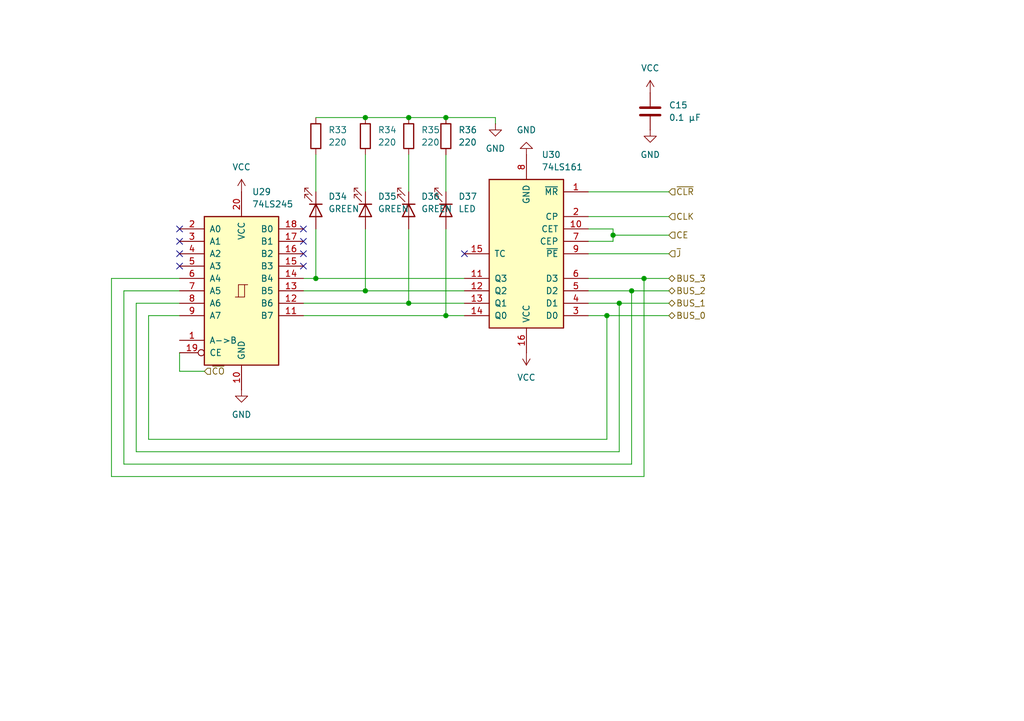
<source format=kicad_sch>
(kicad_sch (version 20250114) (generator "eeschema") (generator_version "9.0")
  (paper "A5")
  (lib_symbols
    (symbol "74xx:74LS161" (pin_names (offset 1.016))
      (property "Reference" "U" (at -7.62 16.51 0))
      (property "Value" "74LS161" (at -7.62 -16.51 0))
      (symbol "74LS161_1_0"
        (pin input line (at -12.7 12.7 0) (length 5.08) (name "D0") (number "3"))
        (pin input line (at -12.7 10.16 0) (length 5.08) (name "D1") (number "4"))
        (pin input line (at -12.7 7.62 0) (length 5.08) (name "D2") (number "5"))
        (pin input line (at -12.7 5.08 0) (length 5.08) (name "D3") (number "6"))
        (pin input line (at -12.7 0 0) (length 5.08) (name "~{PE}") (number "9"))
        (pin input line (at -12.7 -2.54 0) (length 5.08) (name "CEP") (number "7"))
        (pin input line (at -12.7 -5.08 0) (length 5.08) (name "CET") (number "10"))
        (pin input line (at -12.7 -7.62 0) (length 5.08) (name "CP") (number "2"))
        (pin input line (at -12.7 -12.7 0) (length 5.08) (name "~{MR}") (number "1"))
        (pin power_in line (at 0 20.32 270) (length 5.08) (name "VCC") (number "16"))
        (pin power_in line (at 0 -20.32 90) (length 5.08) (name "GND") (number "8"))
        (pin output line (at 12.7 12.7 180) (length 5.08) (name "Q0") (number "14"))
        (pin output line (at 12.7 10.16 180) (length 5.08) (name "Q1") (number "13"))
        (pin output line (at 12.7 7.62 180) (length 5.08) (name "Q2") (number "12"))
        (pin output line (at 12.7 5.08 180) (length 5.08) (name "Q3") (number "11"))
        (pin output line (at 12.7 0 180) (length 5.08) (name "TC") (number "15"))
      )
      (symbol "74LS161_1_1"
        (rectangle (start -7.62 15.24) (end 7.62 -15.24) (stroke (width 0.254)) (fill (type background)))
      )
    )
    (symbol "74xx:74LS245" (pin_names (offset 1.016))
      (property "Reference" "U" (at -7.62 16.51 0))
      (property "Value" "74LS245" (at -7.62 -16.51 0))
      (symbol "74LS245_1_0"
        (polyline (pts (xy -1.27 -1.27) (xy 0.635 -1.27) (xy 0.635 1.27) (xy 1.27 1.27)))
        (polyline (pts (xy -0.635 -1.27) (xy -0.635 1.27) (xy 0.635 1.27)))
        (pin tri_state line (at -12.7 12.7 0) (length 5.08) (name "A0") (number "2"))
        (pin tri_state line (at -12.7 10.16 0) (length 5.08) (name "A1") (number "3"))
        (pin tri_state line (at -12.7 7.62 0) (length 5.08) (name "A2") (number "4"))
        (pin tri_state line (at -12.7 5.08 0) (length 5.08) (name "A3") (number "5"))
        (pin tri_state line (at -12.7 2.54 0) (length 5.08) (name "A4") (number "6"))
        (pin tri_state line (at -12.7 0 0) (length 5.08) (name "A5") (number "7"))
        (pin tri_state line (at -12.7 -2.54 0) (length 5.08) (name "A6") (number "8"))
        (pin tri_state line (at -12.7 -5.08 0) (length 5.08) (name "A7") (number "9"))
        (pin input line (at -12.7 -10.16 0) (length 5.08) (name "A->B") (number "1"))
        (pin input inverted (at -12.7 -12.7 0) (length 5.08) (name "CE") (number "19"))
        (pin power_in line (at 0 20.32 270) (length 5.08) (name "VCC") (number "20"))
        (pin power_in line (at 0 -20.32 90) (length 5.08) (name "GND") (number "10"))
        (pin tri_state line (at 12.7 12.7 180) (length 5.08) (name "B0") (number "18"))
        (pin tri_state line (at 12.7 10.16 180) (length 5.08) (name "B1") (number "17"))
        (pin tri_state line (at 12.7 7.62 180) (length 5.08) (name "B2") (number "16"))
        (pin tri_state line (at 12.7 5.08 180) (length 5.08) (name "B3") (number "15"))
        (pin tri_state line (at 12.7 2.54 180) (length 5.08) (name "B4") (number "14"))
        (pin tri_state line (at 12.7 0 180) (length 5.08) (name "B5") (number "13"))
        (pin tri_state line (at 12.7 -2.54 180) (length 5.08) (name "B6") (number "12"))
        (pin tri_state line (at 12.7 -5.08 180) (length 5.08) (name "B7") (number "11"))
      )
      (symbol "74LS245_1_1"
        (rectangle (start -7.62 15.24) (end 7.62 -15.24) (stroke (width 0.254)) (fill (type background)))
      )
    )
    (symbol "Device:C" (pin_numbers (hide yes)) (pin_names (offset 0.254))
      (property "Reference" "C" (at 0.635 2.54 0))
      (property "Value" "C" (at 0.635 -2.54 0))
      (symbol "C_0_1"
        (polyline (pts (xy -2.032 0.762) (xy 2.032 0.762)) (stroke (width 0.508)))
        (polyline (pts (xy -2.032 -0.762) (xy 2.032 -0.762)) (stroke (width 0.508)))
      )
      (symbol "C_1_1"
        (pin passive line (at 0 3.81 270) (length 2.794) (name "~") (number "1"))
        (pin passive line (at 0 -3.81 90) (length 2.794) (name "~") (number "2"))
      )
    )
    (symbol "Device:LED" (pin_numbers (hide yes)) (pin_names (offset 1.016) (hide yes))
      (property "Reference" "D" (at 0 2.54 0))
      (property "Value" "LED" (at 0 -2.54 0))
      (symbol "LED_0_1"
        (polyline (pts (xy -3.048 -0.762) (xy -4.572 -2.286) (xy -3.81 -2.286) (xy -4.572 -2.286) (xy -4.572 -1.524)))
        (polyline (pts (xy -1.778 -0.762) (xy -3.302 -2.286) (xy -2.54 -2.286) (xy -3.302 -2.286) (xy -3.302 -1.524)))
        (polyline (pts (xy -1.27 0) (xy 1.27 0)))
        (polyline (pts (xy -1.27 -1.27) (xy -1.27 1.27)) (stroke (width 0.254)))
        (polyline (pts (xy 1.27 -1.27) (xy 1.27 1.27) (xy -1.27 0) (xy 1.27 -1.27)) (stroke (width 0.254)))
      )
      (symbol "LED_1_1"
        (pin passive line (at -3.81 0 0) (length 2.54) (name "K") (number "1"))
        (pin passive line (at 3.81 0 180) (length 2.54) (name "A") (number "2"))
      )
    )
    (symbol "Device:R" (pin_numbers (hide yes)) (pin_names (offset 0))
      (property "Reference" "R" (at 2.032 0 90))
      (property "Value" "R" (at 0 0 90))
      (symbol "R_0_1"
        (rectangle (start -1.016 -2.54) (end 1.016 2.54) (stroke (width 0.254)))
      )
      (symbol "R_1_1"
        (pin passive line (at 0 3.81 270) (length 1.27) (name "~") (number "1"))
        (pin passive line (at 0 -3.81 90) (length 1.27) (name "~") (number "2"))
      )
    )
    (symbol "power:GND" (power) (pin_numbers (hide yes)) (pin_names (offset 0) (hide yes))
      (property "Value" "GND" (at 0 -3.81 0))
      (symbol "GND_0_1"
        (polyline (pts (xy 0 0) (xy 0 -1.27) (xy 1.27 -1.27) (xy 0 -2.54) (xy -1.27 -1.27) (xy 0 -1.27)))
      )
      (symbol "GND_1_1"
        (pin power_in line (at 0 0 270) (length 0) (name "~") (number "1"))
      )
    )
    (symbol "power:VCC" (power) (pin_numbers (hide yes)) (pin_names (offset 0) (hide yes))
      (property "Value" "VCC" (at 0 3.556 0))
      (symbol "VCC_0_1"
        (polyline (pts (xy -0.762 1.27) (xy 0 2.54)))
        (polyline (pts (xy 0 2.54) (xy 0.762 1.27)))
        (polyline (pts (xy 0 0) (xy 0 2.54)))
      )
      (symbol "VCC_1_1"
        (pin power_in line (at 0 0 90) (length 0) (name "~") (number "1"))
      )
    )
  )
  (junction (at 129.54 59.69))
  (junction (at 125.73 48.26))
  (junction (at 91.44 64.77))
  (junction (at 74.93 59.69))
  (junction (at 64.77 57.15))
  (junction (at 83.82 62.23))
  (junction (at 132.08 57.15))
  (junction (at 124.46 64.77))
  (junction (at 127 62.23))
  (junction (at 83.82 24.13))
  (junction (at 91.44 24.13))
  (junction (at 74.93 24.13))
  (no_connect (at 62.23 52.07))
  (no_connect (at 62.23 46.99))
  (no_connect (at 62.23 49.53))
  (no_connect (at 62.23 54.61))
  (no_connect (at 36.83 46.99))
  (no_connect (at 36.83 49.53))
  (no_connect (at 95.25 52.07))
  (no_connect (at 36.83 52.07))
  (no_connect (at 36.83 54.61))
  (wire (pts (xy 91.44 24.13) (xy 101.6 24.13)))
  (wire (pts (xy 120.65 52.07) (xy 137.16 52.07)))
  (wire (pts (xy 30.48 90.17) (xy 124.46 90.17)))
  (wire (pts (xy 120.65 46.99) (xy 125.73 46.99)))
  (wire (pts (xy 30.48 64.77) (xy 30.48 90.17)))
  (wire (pts (xy 83.82 62.23) (xy 83.82 46.99)))
  (wire (pts (xy 64.77 57.15) (xy 95.25 57.15)))
  (wire (pts (xy 27.94 62.23) (xy 27.94 92.71)))
  (wire (pts (xy 120.65 57.15) (xy 132.08 57.15)))
  (wire (pts (xy 132.08 97.79) (xy 132.08 57.15)))
  (wire (pts (xy 74.93 59.69) (xy 95.25 59.69)))
  (wire (pts (xy 127 92.71) (xy 127 62.23)))
  (wire (pts (xy 120.65 64.77) (xy 124.46 64.77)))
  (wire (pts (xy 83.82 62.23) (xy 95.25 62.23)))
  (wire (pts (xy 62.23 62.23) (xy 83.82 62.23)))
  (wire (pts (xy 62.23 59.69) (xy 74.93 59.69)))
  (wire (pts (xy 83.82 24.13) (xy 91.44 24.13)))
  (wire (pts (xy 36.83 64.77) (xy 30.48 64.77)))
  (wire (pts (xy 91.44 64.77) (xy 95.25 64.77)))
  (wire (pts (xy 125.73 49.53) (xy 125.73 48.26)))
  (wire (pts (xy 36.83 76.2) (xy 41.91 76.2)))
  (wire (pts (xy 125.73 46.99) (xy 125.73 48.26)))
  (wire (pts (xy 124.46 64.77) (xy 137.16 64.77)))
  (wire (pts (xy 64.77 31.75) (xy 64.77 39.37)))
  (wire (pts (xy 129.54 95.25) (xy 129.54 59.69)))
  (wire (pts (xy 64.77 57.15) (xy 64.77 46.99)))
  (wire (pts (xy 120.65 39.37) (xy 137.16 39.37)))
  (wire (pts (xy 25.4 59.69) (xy 25.4 95.25)))
  (wire (pts (xy 120.65 49.53) (xy 125.73 49.53)))
  (wire (pts (xy 132.08 57.15) (xy 137.16 57.15)))
  (wire (pts (xy 22.86 97.79) (xy 132.08 97.79)))
  (wire (pts (xy 83.82 31.75) (xy 83.82 39.37)))
  (wire (pts (xy 25.4 95.25) (xy 129.54 95.25)))
  (wire (pts (xy 129.54 59.69) (xy 137.16 59.69)))
  (wire (pts (xy 101.6 24.13) (xy 101.6 25.4)))
  (wire (pts (xy 36.83 62.23) (xy 27.94 62.23)))
  (wire (pts (xy 120.65 44.45) (xy 137.16 44.45)))
  (wire (pts (xy 74.93 31.75) (xy 74.93 39.37)))
  (wire (pts (xy 74.93 59.69) (xy 74.93 46.99)))
  (wire (pts (xy 36.83 57.15) (xy 22.86 57.15)))
  (wire (pts (xy 91.44 31.75) (xy 91.44 39.37)))
  (wire (pts (xy 91.44 64.77) (xy 91.44 46.99)))
  (wire (pts (xy 36.83 72.39) (xy 36.83 76.2)))
  (wire (pts (xy 64.77 24.13) (xy 74.93 24.13)))
  (wire (pts (xy 127 62.23) (xy 137.16 62.23)))
  (wire (pts (xy 62.23 57.15) (xy 64.77 57.15)))
  (wire (pts (xy 125.73 48.26) (xy 137.16 48.26)))
  (wire (pts (xy 124.46 90.17) (xy 124.46 64.77)))
  (wire (pts (xy 27.94 92.71) (xy 127 92.71)))
  (wire (pts (xy 74.93 24.13) (xy 83.82 24.13)))
  (wire (pts (xy 62.23 64.77) (xy 91.44 64.77)))
  (wire (pts (xy 36.83 59.69) (xy 25.4 59.69)))
  (wire (pts (xy 120.65 62.23) (xy 127 62.23)))
  (wire (pts (xy 120.65 59.69) (xy 129.54 59.69)))
  (wire (pts (xy 22.86 57.15) (xy 22.86 97.79)))
  (hierarchical_label "BUS_0" (shape bidirectional) (at 137.16 64.77 0))
  (hierarchical_label "~{CLR}" (shape input) (at 137.16 39.37 0))
  (hierarchical_label "BUS_3" (shape bidirectional) (at 137.16 57.15 0))
  (hierarchical_label "CE" (shape input) (at 137.16 48.26 0))
  (hierarchical_label "~{J}" (shape input) (at 137.16 52.07 0))
  (hierarchical_label "CLK" (shape input) (at 137.16 44.45 0))
  (hierarchical_label "~{CO}" (shape input) (at 41.91 76.2 0))
  (hierarchical_label "BUS_1" (shape bidirectional) (at 137.16 62.23 0))
  (hierarchical_label "BUS_2" (shape bidirectional) (at 137.16 59.69 0))
  (symbol (lib_id "Device:R") (at 64.77 27.94 0) (unit 1)
    (property "Reference" "R33" (at 67.31 26.6699 0) (effects (justify left)))
    (property "Value" "220" (at 67.31 29.2099 0) (effects (justify left)))
    (property "Description" "Resistor" (effects (hide yes)))
  )
  (symbol (lib_id "Device:LED") (at 83.82 43.18 270) (unit 1)
    (property "Reference" "D36" (at 86.36 40.3224 90) (effects (justify left)))
    (property "Value" "GREEN" (at 86.36 42.8624 90) (effects (justify left)))
    (property "Description" "Light emitting diode" (effects (hide yes)))
    (property "Sim.Pins" "1=K 2=A" (effects (hide yes)))
  )
  (symbol (lib_id "74xx:74LS245") (at 49.53 59.69 0) (unit 1)
    (property "Reference" "U29" (at 51.6733 39.37 0) (effects (justify left)))
    (property "Value" "74LS245" (at 51.6733 41.91 0) (effects (justify left)))
    (property "Datasheet" "http://www.ti.com/lit/gpn/sn74LS245" (effects (hide yes)))
    (property "Description" "Octal BUS Transceivers, 3-State outputs" (effects (hide yes)))
  )
  (symbol (lib_id "power:VCC") (at 49.53 39.37 0) (unit 1)
    (property "Reference" "#PWR057" (effects (hide yes)))
    (property "Value" "VCC" (at 49.53 34.29 0))
    (property "Description" "Power symbol creates a global label with name \"VCC\"" (effects (hide yes)))
  )
  (symbol (lib_id "Device:R") (at 74.93 27.94 0) (unit 1)
    (property "Reference" "R34" (at 77.47 26.6699 0) (effects (justify left)))
    (property "Value" "220" (at 77.47 29.2099 0) (effects (justify left)))
    (property "Description" "Resistor" (effects (hide yes)))
  )
  (symbol (lib_id "74xx:74LS161") (at 107.95 52.07 180) (unit 1)
    (property "Reference" "U30" (at 111.0681 31.75 0) (effects (justify right)))
    (property "Value" "74LS161" (at 111.0681 34.29 0) (effects (justify right)))
    (property "Datasheet" "http://www.ti.com/lit/gpn/sn74LS161" (effects (hide yes)))
    (property "Description" "Synchronous 4-bit programmable binary Counter" (effects (hide yes)))
  )
  (symbol (lib_id "power:GND") (at 133.35 26.67 0) (unit 1)
    (property "Reference" "#PWR052" (effects (hide yes)))
    (property "Value" "GND" (at 133.35 31.75 0))
    (property "Description" "Power symbol creates a global label with name \"GND\" , ground" (effects (hide yes)))
  )
  (symbol (lib_id "Device:LED") (at 64.77 43.18 270) (unit 1)
    (property "Reference" "D34" (at 67.31 40.3224 90) (effects (justify left)))
    (property "Value" "GREEN" (at 67.31 42.8624 90) (effects (justify left)))
    (property "Description" "Light emitting diode" (effects (hide yes)))
    (property "Sim.Pins" "1=K 2=A" (effects (hide yes)))
  )
  (symbol (lib_id "power:VCC") (at 107.95 72.39 180) (unit 1)
    (property "Reference" "#PWR056" (effects (hide yes)))
    (property "Value" "VCC" (at 107.95 77.47 0))
    (property "Description" "Power symbol creates a global label with name \"VCC\"" (effects (hide yes)))
  )
  (symbol (lib_id "Device:LED") (at 91.44 43.18 270) (unit 1)
    (property "Reference" "D37" (at 93.98 40.3224 90) (effects (justify left)))
    (property "Value" "LED" (at 93.98 42.8624 90) (effects (justify left)))
    (property "Description" "Light emitting diode" (effects (hide yes)))
    (property "Sim.Pins" "1=K 2=A" (effects (hide yes)))
  )
  (symbol (lib_id "Device:C") (at 133.35 22.86 0) (unit 1)
    (property "Reference" "C15" (at 137.16 21.5899 0) (effects (justify left)))
    (property "Value" "0.1 µF" (at 137.16 24.1299 0) (effects (justify left)))
    (property "Description" "Unpolarized capacitor" (effects (hide yes)))
  )
  (symbol (lib_id "power:VCC") (at 133.35 19.05 0) (unit 1)
    (property "Reference" "#PWR051" (effects (hide yes)))
    (property "Value" "VCC" (at 133.35 13.97 0))
    (property "Description" "Power symbol creates a global label with name \"VCC\"" (effects (hide yes)))
  )
  (symbol (lib_id "power:GND") (at 49.53 80.01 0) (unit 1)
    (property "Reference" "#PWR054" (effects (hide yes)))
    (property "Value" "GND" (at 49.53 85.09 0))
    (property "Description" "Power symbol creates a global label with name \"GND\" , ground" (effects (hide yes)))
  )
  (symbol (lib_id "Device:R") (at 83.82 27.94 0) (unit 1)
    (property "Reference" "R35" (at 86.36 26.6699 0) (effects (justify left)))
    (property "Value" "220" (at 86.36 29.2099 0) (effects (justify left)))
    (property "Description" "Resistor" (effects (hide yes)))
  )
  (symbol (lib_id "Device:R") (at 91.44 27.94 0) (unit 1)
    (property "Reference" "R36" (at 93.98 26.6699 0) (effects (justify left)))
    (property "Value" "220" (at 93.98 29.2099 0) (effects (justify left)))
    (property "Description" "Resistor" (effects (hide yes)))
  )
  (symbol (lib_id "power:GND") (at 107.95 31.75 180) (unit 1)
    (property "Reference" "#PWR055" (effects (hide yes)))
    (property "Value" "GND" (at 107.95 26.67 0))
    (property "Description" "Power symbol creates a global label with name \"GND\" , ground" (effects (hide yes)))
  )
  (symbol (lib_id "Device:LED") (at 74.93 43.18 270) (unit 1)
    (property "Reference" "D35" (at 77.47 40.3224 90) (effects (justify left)))
    (property "Value" "GREEN" (at 77.47 42.8624 90) (effects (justify left)))
    (property "Description" "Light emitting diode" (effects (hide yes)))
    (property "Sim.Pins" "1=K 2=A" (effects (hide yes)))
  )
  (symbol (lib_id "power:GND") (at 101.6 25.4 0) (unit 1)
    (property "Reference" "#PWR053" (effects (hide yes)))
    (property "Value" "GND" (at 101.6 30.48 0))
    (property "Description" "Power symbol creates a global label with name \"GND\" , ground" (effects (hide yes)))
  )
)
</source>
